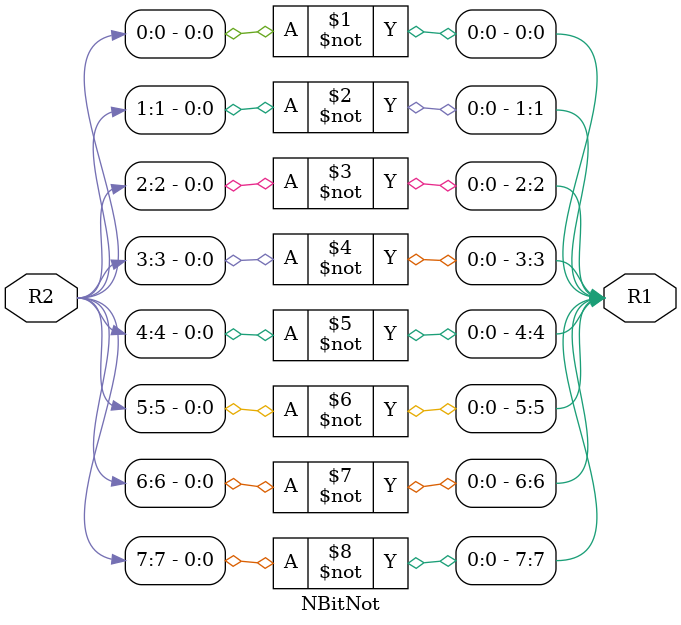
<source format=v>
`timescale 1ns / 1ps


module NBitNot #(parameter n = 8) (
    input [n-1:0] R2,
    output [n-1:0] R1
    );
    
    genvar i;
    generate
    for (i = 0; i < n; i = i + 1) begin: Nots
        not Not (R1[i], R2[i]);
    end
    endgenerate
    
endmodule

</source>
